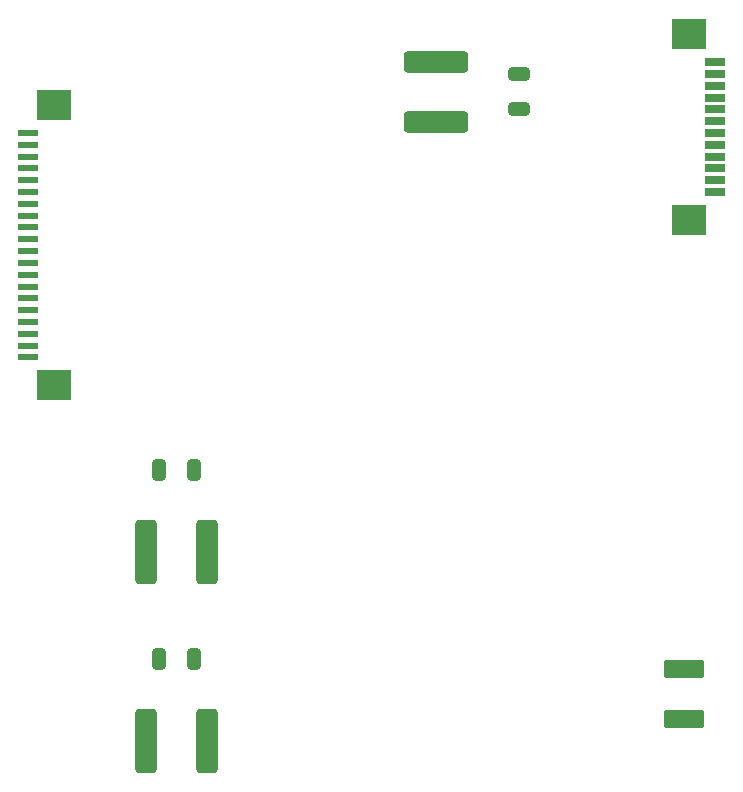
<source format=gbr>
%TF.GenerationSoftware,KiCad,Pcbnew,9.0.6*%
%TF.CreationDate,2025-11-22T20:55:52+03:00*%
%TF.ProjectId,PMPS-20W,504d5053-2d32-4305-972e-6b696361645f,rev?*%
%TF.SameCoordinates,Original*%
%TF.FileFunction,Paste,Top*%
%TF.FilePolarity,Positive*%
%FSLAX46Y46*%
G04 Gerber Fmt 4.6, Leading zero omitted, Abs format (unit mm)*
G04 Created by KiCad (PCBNEW 9.0.6) date 2025-11-22 20:55:52*
%MOMM*%
%LPD*%
G01*
G04 APERTURE LIST*
G04 Aperture macros list*
%AMRoundRect*
0 Rectangle with rounded corners*
0 $1 Rounding radius*
0 $2 $3 $4 $5 $6 $7 $8 $9 X,Y pos of 4 corners*
0 Add a 4 corners polygon primitive as box body*
4,1,4,$2,$3,$4,$5,$6,$7,$8,$9,$2,$3,0*
0 Add four circle primitives for the rounded corners*
1,1,$1+$1,$2,$3*
1,1,$1+$1,$4,$5*
1,1,$1+$1,$6,$7*
1,1,$1+$1,$8,$9*
0 Add four rect primitives between the rounded corners*
20,1,$1+$1,$2,$3,$4,$5,0*
20,1,$1+$1,$4,$5,$6,$7,0*
20,1,$1+$1,$6,$7,$8,$9,0*
20,1,$1+$1,$8,$9,$2,$3,0*%
G04 Aperture macros list end*
%ADD10RoundRect,0.250000X-0.650000X0.325000X-0.650000X-0.325000X0.650000X-0.325000X0.650000X0.325000X0*%
%ADD11RoundRect,0.250000X-2.450000X0.650000X-2.450000X-0.650000X2.450000X-0.650000X2.450000X0.650000X0*%
%ADD12RoundRect,0.250000X-0.650000X-2.450000X0.650000X-2.450000X0.650000X2.450000X-0.650000X2.450000X0*%
%ADD13RoundRect,0.250000X-0.325000X-0.650000X0.325000X-0.650000X0.325000X0.650000X-0.325000X0.650000X0*%
%ADD14RoundRect,0.250000X1.450000X-0.537500X1.450000X0.537500X-1.450000X0.537500X-1.450000X-0.537500X0*%
%ADD15R,1.803400X0.635000*%
%ADD16R,2.997200X2.590800*%
%ADD17R,1.800000X0.600000*%
%ADD18R,3.000000X2.600000*%
G04 APERTURE END LIST*
D10*
%TO.C,C7*%
X5000000Y34475000D03*
X5000000Y31525000D03*
%TD*%
D11*
%TO.C,C5*%
X-2000000Y35550000D03*
X-2000000Y30450000D03*
%TD*%
D12*
%TO.C,C3*%
X-26550000Y-22000000D03*
X-21450000Y-22000000D03*
%TD*%
D13*
%TO.C,C4*%
X-25475000Y1000000D03*
X-22525000Y1000000D03*
%TD*%
D14*
%TO.C,C1*%
X19000000Y-20137500D03*
X19000000Y-15862500D03*
%TD*%
D15*
%TO.C,J11*%
X21556000Y35499992D03*
X21556000Y34499994D03*
X21556000Y33499996D03*
X21556000Y32499998D03*
X21556000Y31500000D03*
X21556000Y30500000D03*
X21556000Y29500000D03*
X21556000Y28500000D03*
X21556000Y27500002D03*
X21556000Y26500004D03*
X21556000Y25500006D03*
X21556000Y24500008D03*
D16*
X19385999Y37850003D03*
X19385999Y22149997D03*
%TD*%
D17*
%TO.C,JM1*%
X-36546000Y10500000D03*
X-36546000Y11500000D03*
X-36546000Y12500000D03*
X-36546000Y13500000D03*
X-36546000Y14500000D03*
X-36546000Y15500000D03*
X-36546000Y16500000D03*
X-36546000Y17500000D03*
X-36546000Y18500000D03*
X-36546000Y19500000D03*
X-36546000Y20500000D03*
X-36546000Y21500000D03*
X-36546000Y22500000D03*
X-36546000Y23500000D03*
X-36546000Y24500000D03*
X-36546000Y25500000D03*
X-36546000Y26500000D03*
X-36546000Y27500000D03*
X-36546000Y28500000D03*
X-36546000Y29500000D03*
D18*
X-34375000Y8150000D03*
X-34375000Y31850000D03*
%TD*%
D13*
%TO.C,C6*%
X-25475000Y-15000000D03*
X-22525000Y-15000000D03*
%TD*%
D12*
%TO.C,C2*%
X-26550000Y-6000000D03*
X-21450000Y-6000000D03*
%TD*%
M02*

</source>
